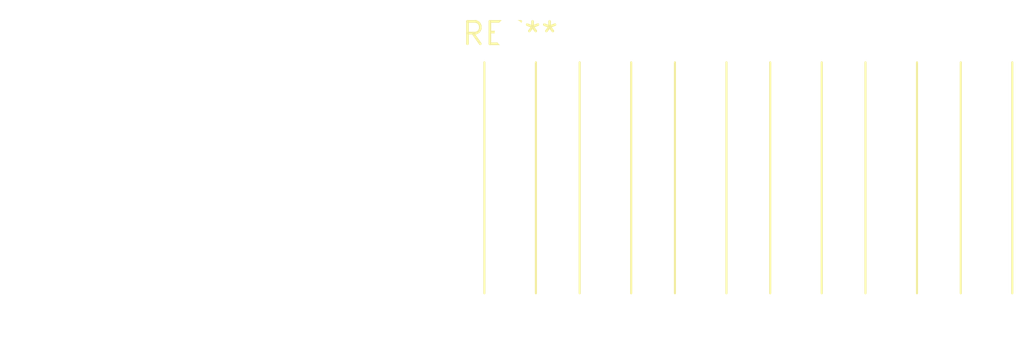
<source format=kicad_pcb>
(kicad_pcb (version 20240108) (generator pcbnew)
  (layers (0 "F.Cu" signal) (31 "B.Cu" signal) (34 "B.Paste" user) (35 "F.Paste" user) (36 "B.SilkS" user "B.Silkscreen") (37 "F.SilkS" user "F.Silkscreen") (38 "B.Mask" user) (39 "F.Mask" user) (44 "Edge.Cuts" user))
  (net 0 "")
  (footprint "SolderWire-1sqmm_1x06_P5.4mm_D1.4mm_OD2.7mm_Relief" (layer "F.Cu") (at 0 0)
    (property "Reference" "REF**")
    (property "Value" "SolderWire-1sqmm_1x06_P5.4mm_D1.4mm_OD2.7mm_Relief")
    (fp_line (start -1.46 1.635) (end -1.46 14.74) (layer "F.SilkS") (stroke (width 0.12)))
    (fp_line (start 1.46 1.635) (end 1.46 14.74) (layer "F.SilkS") (stroke (width 0.12)))
    (fp_line (start 3.94 1.635) (end 3.94 14.74) (layer "F.SilkS") (stroke (width 0.12)))
    (fp_line (start 6.86 1.635) (end 6.86 14.74) (layer "F.SilkS") (stroke (width 0.12)))
    (fp_line (start 9.34 1.635) (end 9.34 14.74) (layer "F.SilkS") (stroke (width 0.12)))
    (fp_line (start 12.26 1.635) (end 12.26 14.74) (layer "F.SilkS") (stroke (width 0.12)))
    (fp_line (start 14.74 1.635) (end 14.74 14.74) (layer "F.SilkS") (stroke (width 0.12)))
    (fp_line (start 17.66 1.635) (end 17.66 14.74) (layer "F.SilkS") (stroke (width 0.12)))
    (fp_line (start 20.14 1.635) (end 20.14 14.74) (layer "F.SilkS") (stroke (width 0.12)))
    (fp_line (start 23.06 1.635) (end 23.06 14.74) (layer "F.SilkS") (stroke (width 0.12)))
    (fp_line (start 25.54 1.635) (end 25.54 14.74) (layer "F.SilkS") (stroke (width 0.12)))
    (fp_line (start 28.46 1.635) (end 28.46 14.74) (layer "F.SilkS") (stroke (width 0.12)))
    (pad "" np_thru_hole circle (at 0 16.2) (size 3.2 3.2) (drill 3.2) (layers *.Cu *.Mask))
    (pad "" np_thru_hole circle (at 5.4 16.2) (size 3.2 3.2) (drill 3.2) (layers *.Cu *.Mask))
    (pad "" np_thru_hole circle (at 10.8 16.2) (size 3.2 3.2) (drill 3.2) (layers *.Cu *.Mask))
    (pad "" np_thru_hole circle (at 16.2 16.2) (size 3.2 3.2) (drill 3.2) (layers *.Cu *.Mask))
    (pad "" np_thru_hole circle (at 21.6 16.2) (size 3.2 3.2) (drill 3.2) (layers *.Cu *.Mask))
    (pad "" np_thru_hole circle (at 27 16.2) (size 3.2 3.2) (drill 3.2) (layers *.Cu *.Mask))
    (pad "1" thru_hole roundrect (at 0 0) (size 2.75 2.75) (drill 1.75) (layers *.Cu *.Mask) (remove_unused_layers) (roundrect_rratio 0.090909))
    (pad "2" thru_hole circle (at 5.4 0) (size 2.75 2.75) (drill 1.75) (layers *.Cu *.Mask) (remove_unused_layers))
    (pad "3" thru_hole circle (at 10.8 0) (size 2.75 2.75) (drill 1.75) (layers *.Cu *.Mask) (remove_unused_layers))
    (pad "4" thru_hole circle (at 16.2 0) (size 2.75 2.75) (drill 1.75) (layers *.Cu *.Mask) (remove_unused_layers))
    (pad "5" thru_hole circle (at 21.6 0) (size 2.75 2.75) (drill 1.75) (layers *.Cu *.Mask) (remove_unused_layers))
    (pad "6" thru_hole circle (at 27 0) (size 2.75 2.75) (drill 1.75) (layers *.Cu *.Mask) (remove_unused_layers))
  )
)
</source>
